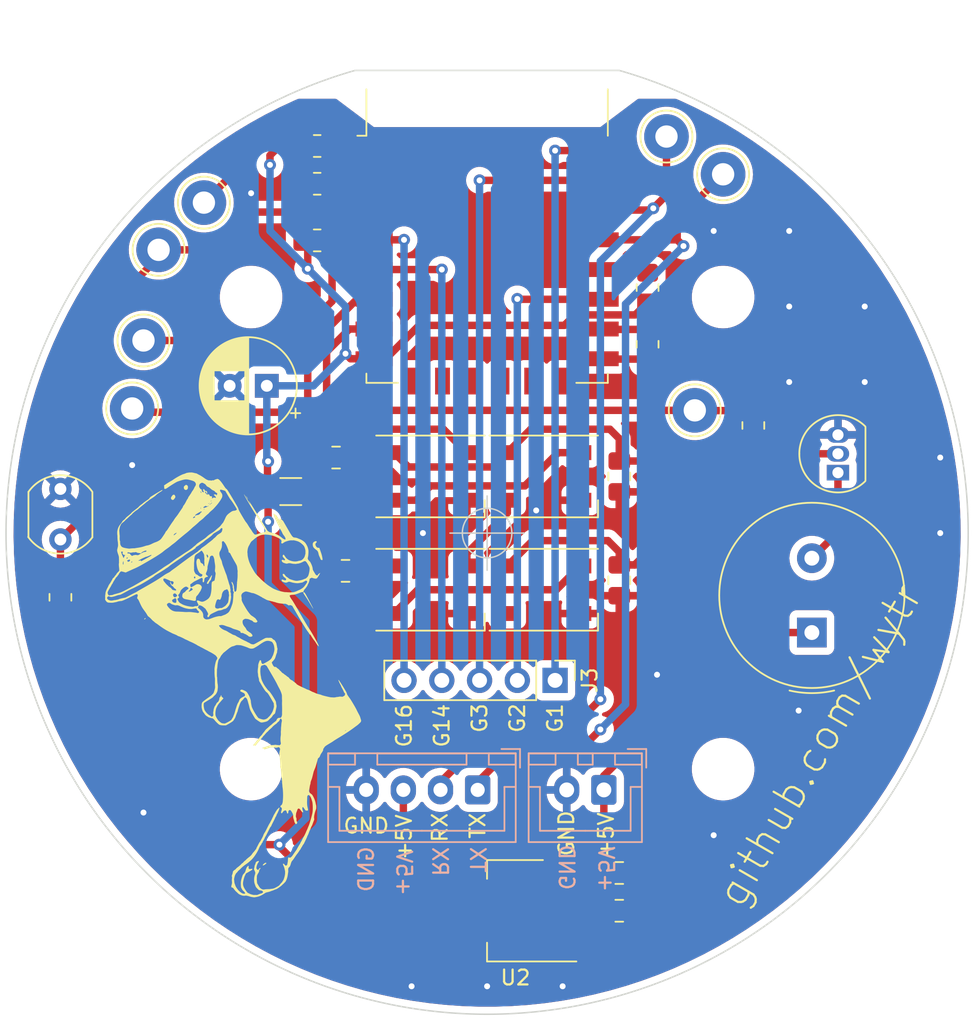
<source format=kicad_pcb>
(kicad_pcb (version 20211014) (generator pcbnew)
  (layers (0 "F.Cu" signal) (31 "B.Cu" signal) (34 "B.Paste" user) (35 "F.Paste" user) (36 "B.SilkS" user "B.Silkscreen") (37 "F.SilkS" user "F.Silkscreen") (38 "B.Mask" user) (39 "F.Mask" user) (44 "Edge.Cuts" user))
  (net 0 "")
  (net 1 "Net-(BZ1-Pad2)")
  (net 2 "GND")
  (net 3 "VCC_IN")
  (net 4 "VCC_3V3")
  (net 5 "Net-(D1-Pad2)")
  (net 6 "D1_IN")
  (net 7 "Net-(D2-Pad2)")
  (net 8 "Net-(D3-Pad2)")
  (net 10 "Net-(R7-Pad1)")
  (net 11 "ESP_ADC")
  (net 12 "ESP_RS")
  (net 13 "ESP_EN")
  (net 14 "Net-(R5-Pad2)")
  (net 15 "GPIO1")
  (net 16 "BUZZ")
  (net 17 "MHZ_TX")
  (net 18 "MHZ_RX")
  (net 19 "GPIO2")
  (net 20 "GPIO3")
  (net 27 "GPIO14")
  (net 28 "GPIO16")
  (net 29 "Net-(R6-Pad2)")
  (footprint "Resistor_SMD:R_0805_2012Metric_Pad1.20x1.40mm_HandSolder" (layer "F.Cu") (at 140.97 81.915 180)
    (fp_text reference "R4" hide)
    (fp_text value "10k")
    (pad "1" smd roundrect (at -1 0 180) (size 1.2 1.4) (layers "F.Cu" "F.Paste" "F.Mask") (roundrect_rratio 0.2083333333) (net 13 "ESP_EN"))
    (pad "2" smd roundrect (at 1 0 180) (size 1.2 1.4) (layers "F.Cu" "F.Paste" "F.Mask") (roundrect_rratio 0.2083333333) (net 4 "VCC_3V3"))
  )
  (footprint "TestPoint:TestPoint_THTPad_D3.0mm_Drill1.5mm" (layer "F.Cu") (at 130.302 82.55 -90)
    (fp_text reference "TP5" hide)
    (fp_text value "TestPoint" hide)
    (pad "1" thru_hole circle (at 0 0 270) (size 3 3) (drill 1.5) (layers *.Cu *.Mask) (net 11 "ESP_ADC"))
  )
  (footprint "LED_SMD:LED_WS2812B_PLCC4_5.0x5.0mm_P3.2mm" (layer "F.Cu") (at 156.21 97.79)
    (fp_text reference "D2" hide)
    (fp_text value "WS2812B" hide)
    (pad "1" smd rect (at -2.45 -1.6) (size 1.5 1) (layers "F.Cu" "F.Paste" "F.Mask") (net 3 "VCC_IN"))
    (pad "2" smd rect (at -2.45 1.6) (size 1.5 1) (layers "F.Cu" "F.Paste" "F.Mask") (net 7 "Net-(D2-Pad2)"))
    (pad "3" smd rect (at 2.45 1.6) (size 1.5 1) (layers "F.Cu" "F.Paste" "F.Mask") (net 2 "GND"))
    (pad "4" smd rect (at 2.45 -1.6) (size 1.5 1) (layers "F.Cu" "F.Paste" "F.Mask") (net 5 "Net-(D1-Pad2)"))
  )
  (footprint "LED_SMD:LED_WS2812B_PLCC4_5.0x5.0mm_P3.2mm" (layer "F.Cu") (at 148.59 97.79)
    (fp_text reference "D1" hide)
    (fp_text value "WS2812B" hide)
    (pad "1" smd rect (at -2.45 -1.6) (size 1.5 1) (layers "F.Cu" "F.Paste" "F.Mask") (net 3 "VCC_IN"))
    (pad "2" smd rect (at -2.45 1.6) (size 1.5 1) (layers "F.Cu" "F.Paste" "F.Mask") (net 5 "Net-(D1-Pad2)"))
    (pad "3" smd rect (at 2.45 1.6) (size 1.5 1) (layers "F.Cu" "F.Paste" "F.Mask") (net 2 "GND"))
    (pad "4" smd rect (at 2.45 -1.6) (size 1.5 1) (layers "F.Cu" "F.Paste" "F.Mask") (net 6 "D1_IN"))
  )
  (footprint "Package_TO_SOT_SMD:SOT-223-3_TabPin2" (layer "F.Cu") (at 154.305 127 180)
    (fp_text reference "U2" (at 0 -4.5) (layer "F.SilkS"))
    (fp_text value "AP1117-33")
    (pad "1" smd rect (at -3.15 -2.3 180) (size 2 1.5) (layers "F.Cu" "F.Paste" "F.Mask") (net 2 "GND"))
    (pad "2" smd rect (at -3.15 0 180) (size 2 1.5) (layers "F.Cu" "F.Paste" "F.Mask") (net 4 "VCC_3V3"))
    (pad "2" smd rect (at 3.15 0 180) (size 2 3.8) (layers "F.Cu" "F.Paste" "F.Mask") (net 4 "VCC_3V3"))
    (pad "3" smd rect (at -3.15 2.3 180) (size 2 1.5) (layers "F.Cu" "F.Paste" "F.Mask") (net 3 "VCC_IN"))
  )
  (footprint "MountingHole:MountingHole_3.2mm_M3" (layer "F.Cu") (at 136.525 117.475)
    (fp_text reference "H3" hide)
    (fp_text value "MountingHole" hide)
    (pad "" np_thru_hole circle (at 0 0) (size 3.2 3.2) (drill 3.2) (layers *.Cu *.Mask))
  )
  (footprint "Resistor_SMD:R_0805_2012Metric_Pad1.20x1.40mm_HandSolder" (layer "F.Cu") (at 163.195 88.9 90)
    (fp_text reference "R6" hide)
    (fp_text value "10k")
    (pad "1" smd roundrect (at -1 0 90) (size 1.2 1.4) (layers "F.Cu" "F.Paste" "F.Mask") (roundrect_rratio 0.2083333333) (net 2 "GND"))
    (pad "2" smd roundrect (at 1 0 90) (size 1.2 1.4) (layers "F.Cu" "F.Paste" "F.Mask") (roundrect_rratio 0.2083333333) (net 29 "Net-(R6-Pad2)"))
  )
  (footprint "TestPoint:TestPoint_THTPad_D3.0mm_Drill1.5mm" (layer "F.Cu") (at 128.524 93.218 -90)
    (fp_text reference "TP4" hide)
    (fp_text value "TestPoint" hide)
    (pad "1" thru_hole circle (at 0 0 270) (size 3 3) (drill 1.5) (layers *.Cu *.Mask) (net 6 "D1_IN"))
  )
  (footprint "Capacitor_SMD:C_1206_3216Metric_Pad1.33x1.80mm_HandSolder" (layer "F.Cu") (at 139.192 98.806)
    (fp_text reference "C4" hide)
    (fp_text value "100nF")
    (pad "1" smd roundrect (at -1.5625 0) (size 1.325 1.8) (layers "F.Cu" "F.Paste" "F.Mask") (roundrect_rratio 0.1886792453) (net 4 "VCC_3V3"))
    (pad "2" smd roundrect (at 1.5625 0) (size 1.325 1.8) (layers "F.Cu" "F.Paste" "F.Mask") (roundrect_rratio 0.1886792453) (net 2 "GND"))
  )
  (footprint "Capacitor_THT:CP_Radial_D6.3mm_P2.50mm" (layer "F.Cu") (at 137.580379 91.694 180)
    (fp_text reference "C3" hide)
    (fp_text value "10uF")
    (pad "1" thru_hole rect (at 0 0 180) (size 1.6 1.6) (drill 0.8) (layers *.Cu *.Mask) (net 4 "VCC_3V3"))
    (pad "2" thru_hole circle (at 2.5 0 180) (size 1.6 1.6) (drill 0.8) (layers *.Cu *.Mask) (net 2 "GND"))
  )
  (footprint "Connector_PinHeader_2.54mm:PinHeader_1x05_P2.54mm_Vertical" (layer "F.Cu") (at 156.972 111.506 -90)
    (fp_text reference "J3" (at 0 -2.33 90) (layer "F.SilkS"))
    (fp_text value "Conn_01x05_Female" hide)
    (pad "1" thru_hole rect (at 0 0 270) (size 1.7 1.7) (drill 1) (layers *.Cu *.Mask) (net 15 "GPIO1"))
    (pad "2" thru_hole oval (at 0 2.54 270) (size 1.7 1.7) (drill 1) (layers *.Cu *.Mask) (net 19 "GPIO2"))
    (pad "3" thru_hole oval (at 0 5.08 270) (size 1.7 1.7) (drill 1) (layers *.Cu *.Mask) (net 20 "GPIO3"))
    (pad "4" thru_hole oval (at 0 7.62 270) (size 1.7 1.7) (drill 1) (layers *.Cu *.Mask) (net 27 "GPIO14"))
    (pad "5" thru_hole oval (at 0 10.16 270) (size 1.7 1.7) (drill 1) (layers *.Cu *.Mask) (net 28 "GPIO16"))
  )
  (footprint "MountingHole:MountingHole_3.2mm_M3" (layer "F.Cu") (at 136.525 85.725)
    (fp_text reference "H1" hide)
    (fp_text value "MountingHole" hide)
    (pad "" np_thru_hole circle (at 0 0) (size 3.2 3.2) (drill 3.2) (layers *.Cu *.Mask))
  )
  (footprint "Capacitor_SMD:C_0805_2012Metric_Pad1.18x1.45mm_HandSolder" (layer "F.Cu") (at 142.24 96.52 180)
    (fp_text reference "C5" hide)
    (fp_text value "100nF")
    (pad "1" smd roundrect (at -1.0375 0 180) (size 1.175 1.45) (layers "F.Cu" "F.Paste" "F.Mask") (roundrect_rratio 0.2127659574) (net 3 "VCC_IN"))
    (pad "2" smd roundrect (at 1.0375 0 180) (size 1.175 1.45) (layers "F.Cu" "F.Paste" "F.Mask") (roundrect_rratio 0.2127659574) (net 2 "GND"))
  )
  (footprint "OptoDevice:R_LDR_5.1x4.3mm_P3.4mm_Vertical" (layer "F.Cu") (at 123.698 102.03 90)
    (fp_text reference "R1" hide)
    (fp_text value "R_Photo")
    (pad "1" thru_hole circle (at 0 0 90) (size 1.5 1.5) (drill 0.8) (layers *.Cu *.Mask) (net 11 "ESP_ADC"))
    (pad "2" thru_hole circle (at 3.4 0 90) (size 1.5 1.5) (drill 0.8) (layers *.Cu *.Mask) (net 2 "GND"))
  )
  (footprint "Resistor_SMD:R_0805_2012Metric_Pad1.20x1.40mm_HandSolder" (layer "F.Cu") (at 170.307 94.361 90)
    (fp_text reference "R7" hide)
    (fp_text value "100R")
    (pad "1" smd roundrect (at -1 0 90) (size 1.2 1.4) (layers "F.Cu" "F.Paste" "F.Mask") (roundrect_rratio 0.2083333333) (net 10 "Net-(R7-Pad1)"))
    (pad "2" smd roundrect (at 1 0 90) (size 1.2 1.4) (layers "F.Cu" "F.Paste" "F.Mask") (roundrect_rratio 0.2083333333) (net 16 "BUZZ"))
  )
  (footprint "MountingHole:MountingHole_3.2mm_M3" (layer "F.Cu") (at 168.275 117.475)
    (fp_text reference "H4" hide)
    (fp_text value "MountingHole" hide)
    (pad "" np_thru_hole circle (at 0 0) (size 3.2 3.2) (drill 3.2) (layers *.Cu *.Mask))
  )
  (footprint "Capacitor_SMD:C_0805_2012Metric_Pad1.18x1.45mm_HandSolder" (layer "F.Cu") (at 161.29 124.46)
    (fp_text reference "C1" hide)
    (fp_text value "100nF")
    (pad "1" smd roundrect (at -1.0375 0) (size 1.175 1.45) (layers "F.Cu" "F.Paste" "F.Mask") (roundrect_rratio 0.2127659574) (net 3 "VCC_IN"))
    (pad "2" smd roundrect (at 1.0375 0) (size 1.175 1.45) (layers "F.Cu" "F.Paste" "F.Mask") (roundrect_rratio 0.2127659574) (net 2 "GND"))
  )
  (footprint "TestPoint:TestPoint_THTPad_D3.0mm_Drill1.5mm" (layer "F.Cu") (at 164.465 74.93 -90)
    (fp_text reference "TP2" hide)
    (fp_text value "TestPoint" hide)
    (pad "1" thru_hole circle (at 0 0 270) (size 3 3) (drill 1.5) (layers *.Cu *.Mask) (net 18 "MHZ_RX"))
  )
  (footprint "Resistor_SMD:R_0805_2012Metric_Pad1.20x1.40mm_HandSolder" (layer "F.Cu") (at 163.195 85.09 90)
    (fp_text reference "R5" hide)
    (fp_text value "10k")
    (pad "1" smd roundrect (at -1 0 90) (size 1.2 1.4) (layers "F.Cu" "F.Paste" "F.Mask") (roundrect_rratio 0.2083333333) (net 4 "VCC_3V3"))
    (pad "2" smd roundrect (at 1 0 90) (size 1.2 1.4) (layers "F.Cu" "F.Paste" "F.Mask") (roundrect_rratio 0.2083333333) (net 14 "Net-(R5-Pad2)"))
  )
  (footprint "Capacitor_SMD:C_0805_2012Metric_Pad1.18x1.45mm_HandSolder" (layer "F.Cu") (at 142.875 104.14 180)
    (fp_text reference "C7" hide)
    (fp_text value "100nF")
    (pad "1" smd roundrect (at -1.0375 0 180) (size 1.175 1.45) (layers "F.Cu" "F.Paste" "F.Mask") (roundrect_rratio 0.2127659574) (net 3 "VCC_IN"))
    (pad "2" smd roundrect (at 1.0375 0 180) (size 1.175 1.45) (layers "F.Cu" "F.Paste" "F.Mask") (roundrect_rratio 0.2127659574) (net 2 "GND"))
  )
  (footprint "Package_TO_SOT_THT:TO-92_Inline" (layer "F.Cu") (at 176.001 97.536 90)
    (fp_text reference "Q1" hide)
    (fp_text value "BC547")
    (pad "1" thru_hole rect (at 0 0 90) (size 1.05 1.5) (drill 0.75) (layers *.Cu *.Mask) (net 1 "Net-(BZ1-Pad2)"))
    (pad "2" thru_hole oval (at 1.27 0 90) (size 1.05 1.5) (drill 0.75) (layers *.Cu *.Mask) (net 10 "Net-(R7-Pad1)"))
    (pad "3" thru_hole oval (at 2.54 0 90) (size 1.05 1.5) (drill 0.75) (layers *.Cu *.Mask) (net 2 "GND"))
  )
  (footprint "COSTUMFOOTPRINTS:sneakyTom" (layer "F.Cu") (at 137.414 110.744 30)
    (fp_text reference "G***" hide)
    (fp_text value "LOGO" hide)
  )
  (footprint "Capacitor_SMD:C_0805_2012Metric_Pad1.18x1.45mm_HandSolder" (layer "F.Cu") (at 161.29 97.79 -90)
    (fp_text reference "C6" hide)
    (fp_text value "100nF")
    (pad "1" smd roundrect (at -1.0375 0 270) (size 1.175 1.45) (layers "F.Cu" "F.Paste" "F.Mask") (roundrect_rratio 0.2127659574) (net 3 "VCC_IN"))
    (pad "2" smd roundrect (at 1.0375 0 270) (size 1.175 1.45) (layers "F.Cu" "F.Paste" "F.Mask") (roundrect_rratio 0.2127659574) (net 2 "GND"))
  )
  (footprint "Capacitor_SMD:C_0805_2012Metric_Pad1.18x1.45mm_HandSolder" (layer "F.Cu") (at 161.29 104.775 -90)
    (fp_text reference "C8" hide)
    (fp_text value "100nF")
    (pad "1" smd roundrect (at -1.0375 0 270) (size 1.175 1.45) (layers "F.Cu" "F.Paste" "F.Mask") (roundrect_rratio 0.2127659574) (net 3 "VCC_IN"))
    (pad "2" smd roundrect (at 1.0375 0 270) (size 1.175 1.45) (layers "F.Cu" "F.Paste" "F.Mask") (roundrect_rratio 0.2127659574) (net 2 "GND"))
  )
  (footprint "Resistor_SMD:R_0805_2012Metric_Pad1.20x1.40mm_HandSolder" (layer "F.Cu") (at 123.698 105.918 90)
    (fp_text reference "R2" hide)
    (fp_text value "220k")
    (pad "1" smd roundrect (at -1 0 90) (size 1.2 1.4) (layers "F.Cu" "F.Paste" "F.Mask") (roundrect_rratio 0.2083333333) (net 4 "VCC_3V3"))
    (pad "2" smd roundrect (at 1 0 90) (size 1.2 1.4) (layers "F.Cu" "F.Paste" "F.Mask") (roundrect_rratio 0.2083333333) (net 11 "ESP_ADC"))
  )
  (footprint "Resistor_SMD:R_0805_2012Metric_Pad1.20x1.40mm_HandSolder" (layer "F.Cu") (at 140.97 75.565 180)
    (fp_text reference "R3" hide)
    (fp_text value "10k")
    (pad "1" smd roundrect (at -1 0 180) (size 1.2 1.4) (layers "F.Cu" "F.Paste" "F.Mask") (roundrect_rratio 0.2083333333) (net 12 "ESP_RS"))
    (pad "2" smd roundrect (at 1 0 180) (size 1.2 1.4) (layers "F.Cu" "F.Paste" "F.Mask") (roundrect_rratio 0.2083333333) (net 4 "VCC_3V3"))
  )
  (footprint "TestPoint:TestPoint_THTPad_D3.0mm_Drill1.5mm" (layer "F.Cu") (at 166.37 93.345 -90)
    (fp_text reference "TP3" hide)
    (fp_text value "TestPoint" hide)
    (pad "1" thru_hole circle (at 0 0 270) (size 3 3) (drill 1.5) (layers *.Cu *.Mask) (net 16 "BUZZ"))
  )
  (footprint "MountingHole:MountingHole_3.2mm_M3" (layer "F.Cu") (at 168.275 85.725)
    (fp_text reference "H2" hide)
    (fp_text value "MountingHole" hide)
    (pad "" np_thru_hole circle (at 0 0) (size 3.2 3.2) (drill 3.2) (layers *.Cu *.Mask))
  )
  (footprint "TestPoint:TestPoint_THTPad_D3.0mm_Drill1.5mm" (layer "F.Cu") (at 133.35 79.375 -90)
    (fp_text reference "TP7" hide)
    (fp_text value "TestPoint" hide)
    (pad "1" thru_hole circle (at 0 0 270) (size 3 3) (drill 1.5) (layers *.Cu *.Mask) (net 12 "ESP_RS"))
  )
  (footprint "Capacitor_SMD:C_0805_2012Metric_Pad1.18x1.45mm_HandSolder" (layer "F.Cu") (at 161.29 127)
    (fp_text reference "C2" hide)
    (fp_text value "100nF")
    (pad "1" smd roundrect (at -1.0375 0) (size 1.175 1.45) (layers "F.Cu" "F.Paste" "F.Mask") (roundrect_rratio 0.2127659574) (net 4 "VCC_3V3"))
    (pad "2" smd roundrect (at 1.0375 0) (size 1.175 1.45) (layers "F.Cu" "F.Paste" "F.Mask") (roundrect_rratio 0.2127659574) (net 2 "GND"))
  )
  (footprint "TestPoint:TestPoint_THTPad_D3.0mm_Drill1.5mm" (layer "F.Cu") (at 129.286 88.646 -90)
    (fp_text reference "TP6" hide)
    (fp_text value "TestPoint" hide)
    (pad "1" thru_hole circle (at 0 0 270) (size 3 3) (drill 1.5) (layers *.Cu *.Mask) (net 13 "ESP_EN"))
  )
  (footprint "RF_Module:ESP-12E" (layer "F.Cu") (at 152.4 79.375)
    (fp_text reference "U1" hide)
    (fp_text value "ESP-12F")
    (pad "1" smd rect (at -7.6 -3.5) (size 2.5 1) (layers "F.Cu" "F.Paste" "F.Mask") (net 12 "ESP_RS"))
    (pad "2" smd rect (at -7.6 -1.5) (size 2.5 1) (layers "F.Cu" "F.Paste" "F.Mask") (net 11 "ESP_ADC"))
    (pad "3" smd rect (at -7.6 0.5) (size 2.5 1) (layers "F.Cu" "F.Paste" "F.Mask") (net 13 "ESP_EN"))
    (pad "4" smd rect (at -7.6 2.5) (size 2.5 1) (layers "F.Cu" "F.Paste" "F.Mask") (net 28 "GPIO16"))
    (pad "5" smd rect (at -7.6 4.5) (size 2.5 1) (layers "F.Cu" "F.Paste" "F.Mask") (net 27 "GPIO14"))
    (pad "6" smd rect (at -7.6 6.5) (size 2.5 1) (layers "F.Cu" "F.Paste" "F.Mask") (net 6 "D1_IN"))
    (pad "7" smd rect (at -7.6 8.5) (size 2.5 1) (layers "F.Cu" "F.Paste" "F.Mask") (net 16 "BUZZ"))
    (pad "8" smd rect (at -7.6 10.5) (size 2.5 1) (layers "F.Cu" "F.Paste" "F.Mask") (net 4 "VCC_3V3"))
    (pad "9" smd rect (at -5 12) (size 1 1.8) (layers "F.Cu" "F.Paste" "F.Mask"))
    (pad "10" smd rect (at -3 12) (size 1 1.8) (layers "F.Cu" "F.Paste" "F.Mask"))
    (pad "11" smd rect (at -1 12) (size 1 1.8) (layers "F.Cu" "F.Paste" "F.Mask"))
    (pad "12" smd rect (at 1 12) (size 1 1.8) (layers "F.Cu" "F.Paste" "F.Mask"))
    (pad "13" smd rect (at 3 12) (size 1 1.8) (layers "F.Cu" "F.Paste" "F.Mask"))
    (pad "14" smd rect (at 5 12) (size 1 1.8) (layers "F.Cu" "F.Paste" "F.Mask"))
    (pad "15" smd rect (at 7.6 10.5) (size 2.5 1) (layers "F.Cu" "F.Paste" "F.Mask") (net 2 "GND"))
    (pad "16" smd rect (at 7.6 8.5) (size 2.5 1) (layers "F.Cu" "F.Paste" "F.Mask") (net 29 "Net-(R6-Pad2)"))
    (pad "17" smd rect (at 7.6 6.5) (size 2.5 1) (layers "F.Cu" "F.Paste" "F.Mask") (net 19 "GPIO2"))
    (pad "18" smd rect (at 7.6 4.5) (size 2.5 1) (layers "F.Cu" "F.Paste" "F.Mask") (net 14 "Net-(R5-Pad2)"))
    (pad "19" smd rect (at 7.6 2.5) (size 2.5 1) (layers "F.Cu" "F.Paste" "F.Mask") (net 17 "MHZ_TX"))
    (pad "20" smd rect (at 7.6 0.5) (size 2.5 1) (layers "F.Cu" "F.Paste" "F.Mask") (net 18 "MHZ_RX"))
    (pad "21" smd rect (at 7.6 -1.5) (size 2.5 1) (layers "F.Cu" "F.Paste" "F.Mask") (net 20 "GPIO3"))
    (pad "22" smd rect (at 7.6 -3.5) (size 2.5 1) (layers "F.Cu" "F.Paste" "F.Mask") (net 15 "GPIO1"))
  )
  (footprint "LED_SMD:LED_WS2812B_PLCC4_5.0x5.0mm_P3.2mm" (layer "F.Cu") (at 156.21 105.41)
    (fp_text reference "D4" hide)
    (fp_text value "WS2812B" hide)
    (pad "1" smd rect (at -2.45 -1.6) (size 1.5 1) (layers "F.Cu" "F.Paste" "F.Mask") (net 3 "VCC_IN"))
    (pad "2" smd rect (at -2.45 1.6) (size 1.5 1) (layers "F.Cu" "F.Paste" "F.Mask"))
    (pad "3" smd rect (at 2.45 1.6) (size 1.5 1) (layers "F.Cu" "F.Paste" "F.Mask") (net 2 "GND"))
    (pad "4" smd rect (at 2.45 -1.6) (size 1.5 1) (layers "F.Cu" "F.Paste" "F.Mask") (net 8 "Net-(D3-Pad2)"))
  )
  (footprint "TestPoint:TestPoint_THTPad_D3.0mm_Drill1.5mm" (layer "F.Cu") (at 168.275 77.47)
    (fp_text reference "TP1" hide)
    (fp_text value "TestPoint" hide)
    (pad "1" thru_hole circle (at 0 0) (size 3 3) (drill 1.5) (layers *.Cu *.Mask) (net 17 "MHZ_TX"))
  )
  (footprint "LED_SMD:LED_WS2812B_PLCC4_5.0x5.0mm_P3.2mm" (layer "F.Cu") (at 148.59 105.41)
    (fp_text reference "D3" hide)
    (fp_text value "WS2812B")
    (pad "1" smd rect (at -2.45 -1.6) (size 1.5 1) (layers "F.Cu" "F.Paste" "F.Mask") (net 3 "VCC_IN"))
    (pad "2" smd rect (at -2.45 1.6) (size 1.5 1) (layers "F.Cu" "F.Paste" "F.Mask") (net 8 "Net-(D3-Pad2)"))
    (pad "3" smd rect (at 2.45 1.6) (size 1.5 1) (layers "F.Cu" "F.Paste" "F.Mask") (net 2 "GND"))
    (pad "4" smd rect (at 2.45 -1.6) (size 1.5 1) (layers "F.Cu" "F.Paste" "F.Mask") (net 7 "Net-(D2-Pad2)"))
  )
  (footprint "Resistor_SMD:R_0805_2012Metric_Pad1.20x1.40mm_HandSolder" (layer "F.Cu") (at 140.97 78.105 180)
    (fp_text reference "R2" hide)
    (fp_text value "100k")
    (pad "1" smd roundrect (at -1 0 180) (size 1.2 1.4) (layers "F.Cu" "F.Paste" "F.Mask") (roundrect_rratio 0.2083333333) (net 11 "ESP_ADC"))
    (pad "2" smd roundrect (at 1 0 180) (size 1.2 1.4) (layers "F.Cu" "F.Paste" "F.Mask") (roundrect_rratio 0.2083333333) (net 2 "GND"))
  )
  (footprint "Buzzer_Beeper:Buzzer_TDK_PS1240P02BT_D12.2mm_H6.5mm" (layer "F.Cu") (at 174.244 108.288785 90)
    (fp_text reference "BZ1" hide)
    (fp_text value "Buzzer")
    (pad "1" thru_hole rect (at 0 0 90) (size 2 2) (drill 1) (layers *.Cu *.Mask) (net 3 "VCC_IN"))
    (pad "2" thru_hole circle (at 5 0 90) (size 2 2) (drill 1) (layers *.Cu *.Mask) (net 1 "Net-(BZ1-Pad2)"))
  )
  (footprint "Connector_JST:JST_XH_B2B-XH-A_1x02_P2.50mm_Vertical" (layer "B.Cu") (at 160.254 118.872 180)
    (fp_text reference "J1" hide)
    (fp_text value "Conn_01x02_Male")
    (pad "1" thru_hole roundrect (at 0 0 180) (size 1.7 2) (drill 1) (layers *.Cu *.Mask) (roundrect_rratio 0.1470588235) (net 3 "VCC_IN"))
    (pad "2" thru_hole oval (at 2.5 0 180) (size 1.7 2) (drill 1) (layers *.Cu *.Mask) (net 2 "GND"))
  )
  (footprint "Connector_JST:JST_XH_B4B-XH-A_1x04_P2.50mm_Vertical" (layer "B.Cu") (at 151.765 118.872 180)
    (fp_text reference "J2" hide)
    (fp_text value "Conn_01x04_Male")
    (pad "1" thru_hole roundrect (at 0 0 180) (size 1.7 1.95) (drill 0.95) (layers *.Cu *.Mask) (roundrect_rratio 0.1470588235) (net 17 "MHZ_TX"))
    (pad "2" thru_hole oval (at 2.5 0 180) (size 1.7 1.95) (drill 0.95) (layers *.Cu *.Mask) (net 18 "MHZ_RX"))
    (pad "3" thru_hole oval (at 5 0 180) (size 1.7 1.95) (drill 0.95) (layers *.Cu *.Mask) (net 3 "VCC_IN"))
    (pad "4" thru_hole oval (at 7.5 0 180) (size 1.7 1.95) (drill 0.95) (layers *.Cu *.Mask) (net 2 "GND"))
  )
  (gr_line (start 143.51 70.485) (end 161.29 70.485) (layer "Edge.Cuts") (width 0.1))
  (gr_arc (start 161.29 70.485) (mid 152.4 133.960088) (end 143.51 70.485) (layer "Edge.Cuts") (width 0.1))
  (gr_text "+5V" (at 160.401 124.206 270) (layer "B.SilkS") (effects (font (size 1 1)) (justify mirror)))
  (gr_text "GND" (at 144.272 124.206 90) (layer "B.SilkS") (effects (font (size 1 1)) (justify mirror)))
  (gr_text "RX" (at 149.225 123.698 270) (layer "B.SilkS") (effects (font (size 1 1)) (justify mirror)))
  (gr_text "GND" (at 157.734 124.079 270) (layer "B.SilkS") (effects (font (size 1 1)) (justify mirror)))
  (gr_text "+5V" (at 146.812 124.46 270) (layer "B.SilkS") (effects (font (size 1 1)) (justify mirror)))
  (gr_text "TX" (at 151.765 123.571 270) (layer "B.SilkS") (effects (font (size 1 1)) (justify mirror)))
  (gr_text "G1" (at 156.972 114.046 90) (layer "F.SilkS") (effects (font (size 1 1))))
  (gr_text "TX" (at 151.765 121.285 90) (layer "F.SilkS") (effects (font (size 1 1))))
  (gr_text "RX" (at 149.225 121.412 90) (layer "F.SilkS") (effects (font (size 1 1))))
  (gr_text "G3" (at 151.892 114.046 90) (layer "F.SilkS") (effects (font (size 1 1))))
  (gr_text "G2" (at 154.432 114.046 90) (layer "F.SilkS") (effects (font (size 1 1))))
  (gr_text "G14" (at 149.352 114.554 90) (layer "F.SilkS") (effects (font (size 1 1))))
  (gr_text "GND" (at 144.272 121.285) (layer "F.SilkS") (effects (font (size 1 1))))
  (gr_text "github.com/wytr" (at 174.752 115.824 60) (layer "F.SilkS") (effects (font (size 2 2))))
  (gr_text "+5V" (at 160.401 121.92 90) (layer "F.SilkS") (effects (font (size 1 1))))
  (gr_text "G16" (at 146.812 114.554 90) (layer "F.SilkS") (effects (font (size 1 1))))
  (gr_text "+5V" (at 146.812 122.047 90) (layer "F.SilkS") (effects (font (size 1 1))))
  (gr_text "GND" (at 157.734 121.793 90) (layer "F.SilkS") (effects (font (size 1 1))))
  (target plus (at 152.4 101.6) (size 5) (width 0.1) (layer "Edge.Cuts"))
  (segment (start 176.001 101.531785) (end 174.244 103.288785) (width 0.5) (layer "F.Cu") (net 1))
  (segment (start 176.001 97.536) (end 176.001 101.531785) (width 0.5) (layer "F.Cu") (net 1))
  (segment (start 160.025 89.9) (end 160 89.875) (width 0.5) (layer "F.Cu") (net 2))
  (segment (start 163.195 89.9) (end 160.025 89.9) (width 0.5) (layer "F.Cu") (net 2))
  (via (at 172.72 86.36) (size 0.8) (drill 0.4) (layers "F.Cu" "B.Cu") (net 2))
  (via (at 136.525 78.74) (size 0.8) (drill 0.4) (layers "F.Cu" "B.Cu") (net 2))
  (via (at 163.83 111.125) (size 0.8) (drill 0.4) (layers "F.Cu" "B.Cu") (net 2))
  (via (at 128.524 97.028) (size 0.8) (drill 0.4) (layers "F.Cu" "B.Cu") (net 2))
  (via (at 147.32 132.08) (size 0.8) (drill 0.4) (layers "F.Cu" "B.Cu") (net 2))
  (via (at 155.702 100.076) (size 0.8) (drill 0.4) (layers "F.Cu" "B.Cu") (net 2))
  (via (at 177.8 86.36) (size 0.8) (drill 0.4) (layers "F.Cu" "B.Cu") (net 2))
  (via (at 182.88 96.52) (size 0.8) (drill 0.4) (layers "F.Cu" "B.Cu") (net 2))
  (via (at 182.88 101.6) (size 0.8) (drill 0.4) (layers "F.Cu" "B.Cu") (net 2))
  (via (at 173.355 113.538) (size 0.8) (drill 0.4) (layers "F.Cu" "B.Cu") (net 2))
  (via (at 167.64 81.28) (size 0.8) (drill 0.4) (layers "F.Cu" "B.Cu") (net 2))
  (via (at 177.8 91.44) (size 0.8) (drill 0.4) (layers "F.Cu" "B.Cu") (net 2))
  (via (at 172.72 91.44) (size 0.8) (drill 0.4) (layers "F.Cu" "B.Cu") (net 2))
  (via (at 157.48 132.08) (size 0.8) (drill 0.4) (layers "F.Cu" "B.Cu") (net 2))
  (via (at 152.4 132.08) (size 0.8) (drill 0.4) (layers "F.Cu" "B.Cu") (net 2))
  (via (at 172.72 81.28) (size 0.8) (drill 0.4) (layers "F.Cu" "B.Cu") (net 2))
  (via (at 148.082 101.6) (size 0.8) (drill 0.4) (layers "F.Cu" "B.Cu") (net 2))
  (via (at 167.64 121.92) (size 0.8) (drill 0.4) (layers "F.Cu" "B.Cu") (net 2))
  (via (at 129.286 120.396) (size 0.8) (drill 0.4) (layers "F.Cu" "B.Cu") (net 2))
  (segment (start 160.655 94.615) (end 155.335 94.615) (width 0.5) (layer "F.Cu") (net 3))
  (segment (start 161.29 96.7525) (end 161.29 95.25) (width 0.5) (layer "F.Cu") (net 3))
  (segment (start 160.254 117.91857) (end 169.883785 108.288785) (width 0.5) (layer "F.Cu") (net 3))
  (segment (start 143.2775 100.9475) (end 146.14 103.81) (width 0.5) (layer "F.Cu") (net 3))
  (segment (start 161.29 96.7525) (end 162.7925 96.7525) (width 0.5) (layer "F.Cu") (net 3))
  (segment (start 157.695 124.46) (end 157.455 124.7) (width 0.5) (layer "F.Cu") (net 3))
  (segment (start 165.3325 103.7375) (end 161.29 103.7375) (width 0.5) (layer "F.Cu") (net 3))
  (segment (start 165.3325 103.7375) (end 169.883785 108.288785) (width 0.5) (layer "F.Cu") (net 3))
  (segment (start 146.14 96.19) (end 143.6075 96.19) (width 0.5) (layer "F.Cu") (net 3))
  (segment (start 146.765 120.857) (end 146.765 118.347) (width 0.5) (layer "F.Cu") (net 3))
  (segment (start 150.876 121.412) (end 147.32 121.412) (width 0.5) (layer "F.Cu") (net 3))
  (segment (start 160.2525 124.46) (end 157.695 124.46) (width 0.5) (layer "F.Cu") (net 3))
  (segment (start 144.2425 103.81) (end 143.9125 104.14) (width 0.5) (layer "F.Cu") (net 3))
  (segment (start 169.883785 108.288785) (end 174.244 108.288785) (width 0.5) (layer "F.Cu") (net 3))
  (segment (start 162.3275 103.7375) (end 161.29 103.7375) (width 0.5) (layer "F.Cu") (net 3))
  (segment (start 147.32 121.412) (end 146.765 120.857) (width 0.5) (layer "F.Cu") (net 3))
  (segment (start 155.335 94.615) (end 153.76 96.19) (width 0.5) (layer "F.Cu") (net 3))
  (segment (start 143.6075 96.19) (end 143.2775 96.52) (width 0.5) (layer "F.Cu") (net 3))
  (segment (start 160.528 102.108) (end 155.462 102.108) (width 0.5) (layer "F.Cu") (net 3))
  (segment (start 162.7925 96.7525) (end 163.83 97.79) (width 0.5) (layer "F.Cu") (net 3))
  (segment (start 146.14 103.81) (end 144.2425 103.81) (width 0.5) (layer "F.Cu") (net 3))
  (segment (start 157.455 124.7) (end 154.164 124.7) (width 0.5) (layer "F.Cu") (net 3))
  (segment (start 155.462 102.108) (end 153.76 103.81) (width 0.5) (layer "F.Cu") (net 3))
  (segment (start 160.254 118.872) (end 160.254 117.91857) (width 0.5) (layer "F.Cu") (net 3))
  (segment (start 153.76 96.19) (end 152.795 97.155) (width 0.5) (layer "F.Cu") (net 3))
  (segment (start 161.29 95.25) (end 160.655 94.615) (width 0.5) (layer "F.Cu") (net 3))
  (segment (start 154.164 124.7) (end 150.876 121.412) (width 0.5) (layer "F.Cu") (net 3))
  (segment (start 163.83 102.235) (end 162.3275 103.7375) (width 0.5) (layer "F.Cu") (net 3))
  (segment (start 143.2775 96.52) (end 143.2775 100.9475) (width 0.5) (layer "F.Cu") (net 3))
  (segment (start 147.105 97.155) (end 146.14 96.19) (width 0.5) (layer "F.Cu") (net 3))
  (segment (start 152.795 97.155) (end 147.105 97.155) (width 0.5) (layer "F.Cu") (net 3))
  (segment (start 161.29 103.7375) (end 161.29 102.87) (width 0.5) (layer "F.Cu") (net 3))
  (segment (start 163.83 97.79) (end 163.83 102.235) (width 0.5) (layer "F.Cu") (net 3))
  (segment (start 161.29 102.87) (end 160.528 102.108) (width 0.5) (layer "F.Cu") (net 3))
  (segment (start 160.2525 118.6395) (end 160.2525 124.46) (width 0.5) (layer "F.Cu") (net 3))
  (segment (start 138.43 122.682) (end 142.748 127) (width 0.5) (layer "F.Cu") (net 4))
  (segment (start 135.763 122.555) (end 123.698 110.49) (width 0.5) (layer "F.Cu") (net 4))
  (segment (start 140.335 83.82) (end 140.335 82.28) (width 0.5) (layer "F.Cu") (net 4))
  (segment (start 123.698 110.49) (end 123.698 106.918) (width 0.5) (layer "F.Cu") (net 4))
  (segment (start 145.796 89.662) (end 147.828 87.63) (width 0.5) (layer "F.Cu") (net 4))
  (segment (start 138.43 122.555) (end 135.763 122.555) (width 0.5) (layer "F.Cu") (net 4))
  (segment (start 140.335 82.28) (end 139.97 81.915) (width 0.5) (layer "F.Cu") (net 4))
  (segment (start 138.43 75.565) (end 139.97 75.565) (width 0.5) (layer "F.Cu") (net 4))
  (segment (start 137.6295 98.806) (end 137.6295 96.8125) (width 0.5) (layer "F.Cu") (net 4))
  (segment (start 160.2525 127) (end 157.455 127) (width 0.5) (layer "F.Cu") (net 4))
  (segment (start 144.8 89.875) (end 145.013 89.662) (width 0.5) (layer "F.Cu") (net 4))
  (segment (start 158.300489 86.925489) (end 162.359511 86.925489) (width 0.5) (layer "F.Cu") (net 4))
  (segment (start 137.6295 96.8125) (end 137.668 96.774) (width 0.5) (layer "F.Cu") (net 4))
  (segment (start 144.8 89.875) (end 143.215 89.875) (width 0.5) (layer "F.Cu") (net 4))
  (segment (start 143.215 89.875) (end 142.875 89.535) (width 0.5) (layer "F.Cu") (net 4))
  (segment (start 142.748 127) (end 151.155 127) (width 0.5) (layer "F.Cu") (net 4))
  (segment (start 157.595978 87.63) (end 158.300489 86.925489) (width 0.5) (layer "F.Cu") (net 4))
  (segment (start 162.359511 86.925489) (end 163.195 86.09) (width 0.5) (layer "F.Cu") (net 4))
  (segment (start 145.013 89.662) (end 145.796 89.662) (width 0.5) (layer "F.Cu") (net 4))
  (segment (start 137.795 76.835) (end 137.795 76.2) (width 0.5) (layer "F.Cu") (net 4))
  (segment (start 137.668 98.8445) (end 137.6295 98.806) (width 0.5) (layer "F.Cu") (net 4))
  (segment (start 137.668 100.838) (end 137.668 98.8445) (width 0.5) (layer "F.Cu") (net 4))
  (segment (start 157.455 127) (end 151.155 127) (width 0.5) (layer "F.Cu") (net 4))
  (segment (start 138.43 122.555) (end 138.43 122.682) (width 0.5) (layer "F.Cu") (net 4))
  (segment (start 137.795 76.2) (end 138.43 75.565) (width 0.5) (layer "F.Cu") (net 4))
  (segment (start 147.828 87.63) (end 157.595978 87.63) (width 0.5) (layer "F.Cu") (net 4))
  (via (at 137.668 96.774) (size 0.8) (drill 0.4) (layers "F.Cu" "B.Cu") (net 4))
  (via (at 142.875 89.535) (size 0.8) (drill 0.4) (layers "F.Cu" "B.Cu") (net 4))
  (via (at 137.668 100.838) (size 0.8) (drill 0.4) (layers "F.Cu" "B.Cu") (net 4))
  (via (at 137.795 76.835) (size 0.8) (drill 0.4) (layers "F.Cu" "B.Cu") (net 4))
  (via (at 138.43 122.555) (size 0.8) (drill 0.4) (layers "F.Cu" "B.Cu") (net 4))
  (via (at 140.335 83.82) (size 0.8) (drill 0.4) (layers "F.Cu" "B.Cu") (net 4))
  (segment (start 140.208 107.569) (end 137.668 105.029) (width 0.5) (layer "B.Cu") (net 4))
  (segment (start 137.795 81.28) (end 137.795 76.835) (width 0.5) (layer "B.Cu") (net 4))
  (segment (start 138.43 122.555) (end 140.208 120.777) (width 0.5) (layer "B.Cu") (net 4))
  (segment (start 137.668 105.029) (end 137.668 100.838) (width 0.5) (layer "B.Cu") (net 4))
  (segment (start 140.208 120.777) (end 140.208 107.569) (width 0.5) (layer "B.Cu") (net 4))
  (segment (start 137.668 96.774) (end 137.580379 96.686379) (width 0.5) (layer "B.Cu") (net 4))
  (segment (start 142.875 89.535) (end 142.875 86.36) (width 0.5) (layer "B.Cu") (net 4))
  (segment (start 140.335 83.82) (end 137.795 81.28) (width 0.5) (layer "B.Cu") (net 4))
  (segment (start 137.580379 96.686379) (end 137.580379 91.694) (width 0.5) (layer "B.Cu") (net 4))
  (segment (start 142.875 86.36) (end 140.335 83.82) (width 0.5) (layer "B.Cu") (net 4))
  (segment (start 140.716 91.694) (end 137.580379 91.694) (width 0.5) (layer "B.Cu") (net 4))
  (segment (start 142.875 89.535) (end 140.716 91.694) (width 0.5) (layer "B.Cu") (net 4))
  (segment (start 146.14 99.39) (end 147.625 99.39) (width 0.5) (layer "F.Cu") (net 5))
  (segment (start 154.94 98.425) (end 157.175 96.19) (width 0.5) (layer "F.Cu") (net 5))
  (segment (start 157.175 96.19) (end 158.66 96.19) (width 0.5) (layer "F.Cu") (net 5))
  (segment (start 148.59 98.425) (end 154.94 98.425) (width 0.5) (layer "F.Cu") (net 5))
  (segment (start 147.625 99.39) (end 148.59 98.425) (width 0.5) (layer "F.Cu") (net 5))
  (segment (start 141.30573 94.615) (end 140.16273 93.472) (width 0.5) (layer "F.Cu") (net 6))
  (segment (start 140.16273 93.472) (end 128.778 93.472) (width 0.5) (layer "F.Cu") (net 6))
  (segment (start 140.335 89.18073) (end 140.335 93.345) (width 0.5) (layer "F.Cu") (net 6))
  (segment (start 144.8 85.875) (end 143.64073 85.875) (width 0.5) (layer "F.Cu") (net 6))
  (segment (start 143.64073 85.875) (end 140.335 89.18073) (width 0.5) (layer "F.Cu") (net 6))
  (segment (start 149.465 94.615) (end 151.04 96.19) (width 0.5) (layer "F.Cu") (net 6))
  (segment (start 140.335 93.345) (end 141.605 94.615) (width 0.5) (layer "F.Cu") (net 6))
  (segment (start 128.778 93.472) (end 128.524 93.218) (width 0.5) (layer "F.Cu") (net 6))
  (segment (start 141.605 94.615) (end 141.30573 94.615) (width 0.5) (layer "F.Cu") (net 6))
  (segment (start 141.605 94.615) (end 149.465 94.615) (width 0.5) (layer "F.Cu") (net 6))
  (segment (start 151.04 102.96) (end 151.04 103.81) (width 0.5) (layer "F.Cu") (net 7))
  (segment (start 153.76 99.39) (end 153.76 100.24) (width 0.5) (layer "F.Cu") (net 7))
  (segment (start 153.76 100.24) (end 151.04 102.96) (width 0.5) (layer "F.Cu") (net 7))
  (segment (start 157.06 105.41) (end 158.66 103.81) (width 0.5) (layer "F.Cu") (net 8))
  (segment (start 146.14 107.01) (end 147.74 105.41) (width 0.5) (layer "F.Cu") (net 8))
  (segment (start 147.74 105.41) (end 157.06 105.41) (width 0.5) (layer "F.Cu") (net 8))
  (segment (start 171.212 96.266) (end 170.307 95.361) (width 0.5) (layer "F.Cu") (net 10))
  (segment (start 176.001 96.266) (end 171.212 96.266) (width 0.5) (layer "F.Cu") (net 10))
  (segment (start 130.81 82.55) (end 133.985 82.55) (width 0.5) (layer "F.Cu") (net 11))
  (segment (start 124.968 88.392) (end 130.81 82.55) (width 0.5) (layer "F.Cu") (net 11))
  (segment (start 144.8 77.875) (end 142.2 77.875) (width 0.5) (layer "F.Cu") (net 11))
  (segment (start 123.698 102.03) (end 126.238 99.49) (width 0.5) (layer "F.Cu") (net 11))
  (segment (start 126.238 97.79) (end 124.968 96.52) (width 0.5) (layer "F.Cu") (net 11))
  (segment (start 142.2 77.875) (end 141.97 78.105) (width 0.5) (layer "F.Cu") (net 11))
  (segment (start 126.238 99.49) (end 126.238 97.79) (width 0.5) (layer "F.Cu") (net 11))
  (segment (start 140.065 80.01) (end 141.97 78.105) (width 0.5) (layer "F.Cu") (net 11))
  (segment (start 124.968 96.52) (end 124.968 88.392) (width 0.5) (layer "F.Cu") (net 11))
  (segment (start 136.525 80.01) (end 140.065 80.01) (width 0.5) (layer "F.Cu") (net 11))
  (segment (start 133.985 82.55) (end 136.525 80.01) (width 0.5) (layer "F.Cu") (net 11))
  (segment (start 123.698 104.918) (end 123.698 102.03) (width 0.5) (layer "F.Cu") (net 11))
  (segment (start 141.97 74.66) (end 141.605 74.295) (width 0.5) (layer "F.Cu") (net 12))
  (segment (start 144.8 75.875) (end 142.28 75.875) (width 0.5) (layer "F.Cu") (net 12))
  (segment (start 141.97 75.565) (end 141.97 74.66) (width 0.5) (layer "F.Cu") (net 12))
  (segment (start 138.43 74.295) (end 133.35 79.375) (width 0.5) (layer "F.Cu") (net 12))
  (segment (start 141.605 74.295) (end 138.43 74.295) (width 0.5) (layer "F.Cu") (net 12))
  (segment (start 142.28 75.875) (end 141.97 75.565) (width 0.5) (layer "F.Cu") (net 12))
  (segment (start 144.01 79.875) (end 141.97 81.915) (width 0.5) (layer "F.Cu") (net 13))
  (segment (start 144.8 79.875) (end 144.01 79.875) (width 0.5) (layer "F.Cu") (net 13))
  (segment (start 131.826 88.646) (end 129.286 88.646) (width 0.5) (layer "F.Cu") (net 13))
  (segment (start 138.062365 89.916) (end 133.096 89.916) (width 0.5) (layer "F.Cu") (net 13))
  (segment (start 141.97 81.915) (end 141.97 86.008365) (width 0.5) (layer "F.Cu") (net 13))
  (segment (start 133.096 89.916) (end 131.826 88.646) (width 0.5) (layer "F.Cu") (net 13))
  (segment (start 141.97 86.008365) (end 138.062365 89.916) (width 0.5) (layer "F.Cu") (net 13))
  (segment (start 163.195 84.09) (end 162.98 83.875) (width 0.3) (layer "F.Cu") (net 14))
  (segment (start 162.98 83.875) (end 160 83.875) (width 0.3) (layer "F.Cu") (net 14))
  (segment (start 160 75.875) (end 156.972 75.875) (width 0.5) (layer "F.Cu") (net 15))
  (via (at 156.972 75.875) (size 0.8) (drill 0.4) (layers "F.Cu" "B.Cu") (net 15))
  (segment (start 156.972 75.875) (end 156.972 111.506) (width 0.5) (layer "B.Cu") (net 15))
  (segment (start 170.307 93.361) (end 166.386 93.361) (width 0.5) (layer "F.Cu") (net 16))
  (segment (start 142.875 93.345) (end 166.37 93.345) (width 0.5) (layer "F.Cu") (net 16))
  (segment (start 166.386 93.361) (end 166.37 93.345) (width 0.5) (layer "F.Cu") (net 16))
  (segment (start 141.605 89.408) (end 141.605 92.075) (width 0.5) (layer "F.Cu") (net 16))
  (segment (start 144.8 87.875) (end 143.138 87.875) (width 0.5) (layer "F.Cu") (net 16))
  (segment (start 143.138 87.875) (end 141.605 89.408) (width 0.5) (layer "F.Cu") (net 16))
  (segment (start 141.605 92.075) (end 142.875 93.345) (width 0.5) (layer "F.Cu") (net 16))
  (segment (start 165.187 80.558) (end 168.275 77.47) (width 0.5) (layer "F.Cu") (net 17))
  (segment (start 165.187 81.875) (end 165.187 80.558) (width 0.5) (layer "F.Cu") (net 17))
  (segment (start 158.496 116.332) (end 160.02 114.808) (width 0.5) (layer "F.Cu") (net 17))
  (segment (start 165.187 81.875) (end 165.608 82.296) (width 0.5) (layer "F.Cu") (net 17))
  (segment (start 151.765 118.347) (end 153.78 116.332) (width 0.5) (layer "F.Cu") (net 17))
  (segment (start 160 81.875) (end 165.187 81.875) (width 0.5) (layer "F.Cu") (net 17))
  (segment (start 153.78 116.332) (end 158.496 116.332) (width 0.5) (layer "F.Cu") (net 17))
  (via (at 165.608 82.296) (size 0.8) (drill 0.4) (layers "F.Cu" "B.Cu") (net 17))
  (via (at 160.02 114.808) (size 0.8) (drill 0.4) (layers "F.Cu" "B.Cu") (net 17))
  (segment (start 160.02 114.808) (end 161.710489 113.117511) (width 0.5) (layer "B.Cu") (net 17))
  (segment (start 161.710489 113.117511) (end 161.710489 86.193511) (width 0.5) (layer "B.Cu") (net 17))
  (segment (start 161.710489 86.193511) (end 165.608 82.296) (width 0.5) (layer "B.Cu") (net 17))
  (segment (start 149.265 118.347) (end 152.55 115.062) (width 0.5) (layer "F.Cu") (net 18))
  (segment (start 152.55 115.062) (end 157.734 115.062) (width 0.5) (layer "F.Cu") (net 18))
  (segment (start 164.465 78.867) (end 164.465 74.93) (width 0.5) (layer "F.Cu") (net 18))
  (segment (start 163.576 79.756) (end 164.465 78.867) (width 0.5) (layer "F.Cu") (net 18))
  (segment (start 160 79.875) (end 163.457 79.875) (width 0.5) (layer "F.Cu") (net 18))
  (segment (start 157.734 115.062) (end 160.02 112.776) (width 0.5) (layer "F.Cu") (net 18))
  (segment (start 163.457 79.875) (end 163.576 79.756) (width 0.3) (layer "F.Cu") (net 18))
  (via (at 163.576 79.756) (size 0.8) (drill 0.4) (layers "F.Cu" "B.Cu") (net 18))
  (via (at 160.02 112.776) (size 0.8) (drill 0.4) (layers "F.Cu" "B.Cu") (net 18))
  (segment (start 160.02 112.776) (end 160.02 83.312) (width 0.5) (layer "B.Cu") (net 18))
  (segment (start 160.02 83.312) (end 163.576 79.756) (width 0.5) (layer "B.Cu") (net 18))
  (segment (start 154.432 85.852) (end 154.455 85.875) (width 0.5) (layer "F.Cu") (net 19))
  (segment (start 154.455 85.875) (end 160 85.875) (width 0.5) (layer "F.Cu") (net 19))
  (via (at 154.432 85.852) (size 0.8) (drill 0.4) (layers "F.Cu" "B.Cu") (net 19))
  (segment (start 154.432 85.852) (end 154.432 111.252) (width 0.5) (layer "B.Cu") (net 19))
  (segment (start 160 77.875) (end 151.892 77.875) (width 0.5) (layer "F.Cu") (net 20))
  (via (at 151.892 77.875) (size 0.8) (drill 0.4) (layers "F.Cu" "B.Cu") (net 20))
  (segment (start 151.892 77.875) (end 151.892 111.506) (width 0.5) (layer "B.Cu") (net 20))
  (segment (start 144.8 83.875) (end 149.352 83.875) (width 0.5) (layer "F.Cu") (net 27))
  (via (at 149.352 83.875) (size 0.8) (drill 0.4) (layers "F.Cu" "B.Cu") (net 27))
  (segment (start 149.352 83.875) (end 149.352 111.506) (width 0.5) (layer "B.Cu") (net 27))
  (segment (start 144.8 81.875) (end 146.812 81.875) (width 0.5) (layer "F.Cu") (net 28))
  (via (at 146.812 81.875) (size 0.8) (drill 0.4) (layers "F.Cu" "B.Cu") (net 28))
  (segment (start 146.812 81.875) (end 146.812 111.506) (width 0.5) (layer "B.Cu") (net 28))
  (segment (start 163.195 87.9) (end 160.025 87.9) (width 0.5) (layer "F.Cu") (net 29))
  (segment (start 160.025 87.9) (end 160 87.875) (width 0.5) (layer "F.Cu") (net 29))
  (zone (net 0) (net_name "") (layer "F.Cu") (name "KeepOutFilledAntenna") (connect_pads (clearance 0)) (min_thickness 0.254)
    (keepout (tracks not_allowed) (vias not_allowed) (pads not_allowed) (copperpour not_allowed) (footprints allowed))
    (fill (thermal_gap 0.508) (thermal_bridge_width 0.508))
    (polygon (pts (xy 162.56 72.39) (xy 160.02 74.295) (xy 144.78 74.295) (xy 142.24 72.39) (xy 142.24 70.485) (xy 162.56 70.485)))
  )
  (zone (net 2) (net_name "GND") (layer "F.Cu") (connect_pads (clearance 0.508)) (min_thickness 0.254) (fill yes (thermal_gap 0.508) (thermal_bridge_width 0.508))
    (polygon (pts (xy 185.42 134.62) (xy 119.634 134.62) (xy 119.634 72.39) (xy 185.42 72.39)))
  )
  (zone (net 0) (net_name "") (layer "B.Cu") (name "KeepOutFilledAntenna") (connect_pads (clearance 0)) (min_thickness 0.254)
    (keepout (tracks not_allowed) (vias not_allowed) (pads not_allowed) (copperpour not_allowed) (footprints allowed))
    (fill (thermal_gap 0.508) (thermal_bridge_width 0.508))
    (polygon (pts (xy 162.56 72.39) (xy 160.02 74.295) (xy 144.78 74.295) (xy 142.24 72.39) (xy 142.24 70.485) (xy 162.56 70.485)))
  )
  (zone (net 2) (net_name "GND") (layer "B.Cu") (connect_pads (clearance 0.508)) (min_thickness 0.254) (fill yes (thermal_gap 0.508) (thermal_bridge_width 0.508))
    (polygon (pts (xy 185.166 134.366) (xy 119.888 134.366) (xy 119.888 72.39) (xy 185.166 72.39)))
  )
)
</source>
